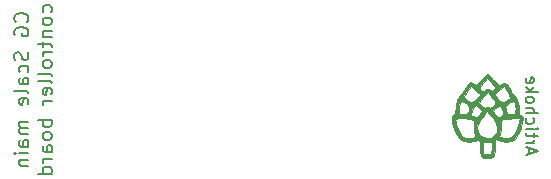
<source format=gbr>
%TF.GenerationSoftware,KiCad,Pcbnew,(5.1.5)-3*%
%TF.CreationDate,2020-09-12T07:11:48+09:30*%
%TF.ProjectId,robotcontrol,726f626f-7463-46f6-9e74-726f6c2e6b69,rev?*%
%TF.SameCoordinates,Original*%
%TF.FileFunction,Legend,Bot*%
%TF.FilePolarity,Positive*%
%FSLAX46Y46*%
G04 Gerber Fmt 4.6, Leading zero omitted, Abs format (unit mm)*
G04 Created by KiCad (PCBNEW (5.1.5)-3) date 2020-09-12 07:11:48*
%MOMM*%
%LPD*%
G04 APERTURE LIST*
%ADD10C,0.200000*%
%ADD11C,0.150000*%
%ADD12C,0.010000*%
G04 APERTURE END LIST*
D10*
X90995571Y-93606071D02*
X91052714Y-93548928D01*
X91109857Y-93377500D01*
X91109857Y-93263214D01*
X91052714Y-93091785D01*
X90938428Y-92977500D01*
X90824142Y-92920357D01*
X90595571Y-92863214D01*
X90424142Y-92863214D01*
X90195571Y-92920357D01*
X90081285Y-92977500D01*
X89967000Y-93091785D01*
X89909857Y-93263214D01*
X89909857Y-93377500D01*
X89967000Y-93548928D01*
X90024142Y-93606071D01*
X89967000Y-94748928D02*
X89909857Y-94634642D01*
X89909857Y-94463214D01*
X89967000Y-94291785D01*
X90081285Y-94177500D01*
X90195571Y-94120357D01*
X90424142Y-94063214D01*
X90595571Y-94063214D01*
X90824142Y-94120357D01*
X90938428Y-94177500D01*
X91052714Y-94291785D01*
X91109857Y-94463214D01*
X91109857Y-94577500D01*
X91052714Y-94748928D01*
X90995571Y-94806071D01*
X90595571Y-94806071D01*
X90595571Y-94577500D01*
X91052714Y-96177500D02*
X91109857Y-96348928D01*
X91109857Y-96634642D01*
X91052714Y-96748928D01*
X90995571Y-96806071D01*
X90881285Y-96863214D01*
X90767000Y-96863214D01*
X90652714Y-96806071D01*
X90595571Y-96748928D01*
X90538428Y-96634642D01*
X90481285Y-96406071D01*
X90424142Y-96291785D01*
X90367000Y-96234642D01*
X90252714Y-96177500D01*
X90138428Y-96177500D01*
X90024142Y-96234642D01*
X89967000Y-96291785D01*
X89909857Y-96406071D01*
X89909857Y-96691785D01*
X89967000Y-96863214D01*
X91052714Y-97891785D02*
X91109857Y-97777500D01*
X91109857Y-97548928D01*
X91052714Y-97434642D01*
X90995571Y-97377500D01*
X90881285Y-97320357D01*
X90538428Y-97320357D01*
X90424142Y-97377500D01*
X90367000Y-97434642D01*
X90309857Y-97548928D01*
X90309857Y-97777500D01*
X90367000Y-97891785D01*
X91109857Y-98920357D02*
X90481285Y-98920357D01*
X90367000Y-98863214D01*
X90309857Y-98748928D01*
X90309857Y-98520357D01*
X90367000Y-98406071D01*
X91052714Y-98920357D02*
X91109857Y-98806071D01*
X91109857Y-98520357D01*
X91052714Y-98406071D01*
X90938428Y-98348928D01*
X90824142Y-98348928D01*
X90709857Y-98406071D01*
X90652714Y-98520357D01*
X90652714Y-98806071D01*
X90595571Y-98920357D01*
X91109857Y-99663214D02*
X91052714Y-99548928D01*
X90938428Y-99491785D01*
X89909857Y-99491785D01*
X91052714Y-100577500D02*
X91109857Y-100463214D01*
X91109857Y-100234642D01*
X91052714Y-100120357D01*
X90938428Y-100063214D01*
X90481285Y-100063214D01*
X90367000Y-100120357D01*
X90309857Y-100234642D01*
X90309857Y-100463214D01*
X90367000Y-100577500D01*
X90481285Y-100634642D01*
X90595571Y-100634642D01*
X90709857Y-100063214D01*
X91109857Y-102063214D02*
X90309857Y-102063214D01*
X90424142Y-102063214D02*
X90367000Y-102120357D01*
X90309857Y-102234642D01*
X90309857Y-102406071D01*
X90367000Y-102520357D01*
X90481285Y-102577500D01*
X91109857Y-102577500D01*
X90481285Y-102577500D02*
X90367000Y-102634642D01*
X90309857Y-102748928D01*
X90309857Y-102920357D01*
X90367000Y-103034642D01*
X90481285Y-103091785D01*
X91109857Y-103091785D01*
X91109857Y-104177500D02*
X90481285Y-104177500D01*
X90367000Y-104120357D01*
X90309857Y-104006071D01*
X90309857Y-103777500D01*
X90367000Y-103663214D01*
X91052714Y-104177500D02*
X91109857Y-104063214D01*
X91109857Y-103777500D01*
X91052714Y-103663214D01*
X90938428Y-103606071D01*
X90824142Y-103606071D01*
X90709857Y-103663214D01*
X90652714Y-103777500D01*
X90652714Y-104063214D01*
X90595571Y-104177500D01*
X91109857Y-104748928D02*
X90309857Y-104748928D01*
X89909857Y-104748928D02*
X89967000Y-104691785D01*
X90024142Y-104748928D01*
X89967000Y-104806071D01*
X89909857Y-104748928D01*
X90024142Y-104748928D01*
X90309857Y-105320357D02*
X91109857Y-105320357D01*
X90424142Y-105320357D02*
X90367000Y-105377500D01*
X90309857Y-105491785D01*
X90309857Y-105663214D01*
X90367000Y-105777500D01*
X90481285Y-105834642D01*
X91109857Y-105834642D01*
X93052714Y-92806071D02*
X93109857Y-92691785D01*
X93109857Y-92463214D01*
X93052714Y-92348928D01*
X92995571Y-92291785D01*
X92881285Y-92234642D01*
X92538428Y-92234642D01*
X92424142Y-92291785D01*
X92367000Y-92348928D01*
X92309857Y-92463214D01*
X92309857Y-92691785D01*
X92367000Y-92806071D01*
X93109857Y-93491785D02*
X93052714Y-93377500D01*
X92995571Y-93320357D01*
X92881285Y-93263214D01*
X92538428Y-93263214D01*
X92424142Y-93320357D01*
X92367000Y-93377500D01*
X92309857Y-93491785D01*
X92309857Y-93663214D01*
X92367000Y-93777500D01*
X92424142Y-93834642D01*
X92538428Y-93891785D01*
X92881285Y-93891785D01*
X92995571Y-93834642D01*
X93052714Y-93777500D01*
X93109857Y-93663214D01*
X93109857Y-93491785D01*
X92309857Y-94406071D02*
X93109857Y-94406071D01*
X92424142Y-94406071D02*
X92367000Y-94463214D01*
X92309857Y-94577500D01*
X92309857Y-94748928D01*
X92367000Y-94863214D01*
X92481285Y-94920357D01*
X93109857Y-94920357D01*
X92309857Y-95320357D02*
X92309857Y-95777500D01*
X91909857Y-95491785D02*
X92938428Y-95491785D01*
X93052714Y-95548928D01*
X93109857Y-95663214D01*
X93109857Y-95777500D01*
X93109857Y-96177500D02*
X92309857Y-96177500D01*
X92538428Y-96177500D02*
X92424142Y-96234642D01*
X92367000Y-96291785D01*
X92309857Y-96406071D01*
X92309857Y-96520357D01*
X93109857Y-97091785D02*
X93052714Y-96977500D01*
X92995571Y-96920357D01*
X92881285Y-96863214D01*
X92538428Y-96863214D01*
X92424142Y-96920357D01*
X92367000Y-96977500D01*
X92309857Y-97091785D01*
X92309857Y-97263214D01*
X92367000Y-97377500D01*
X92424142Y-97434642D01*
X92538428Y-97491785D01*
X92881285Y-97491785D01*
X92995571Y-97434642D01*
X93052714Y-97377500D01*
X93109857Y-97263214D01*
X93109857Y-97091785D01*
X93109857Y-98177500D02*
X93052714Y-98063214D01*
X92938428Y-98006071D01*
X91909857Y-98006071D01*
X93109857Y-98806071D02*
X93052714Y-98691785D01*
X92938428Y-98634642D01*
X91909857Y-98634642D01*
X93052714Y-99720357D02*
X93109857Y-99606071D01*
X93109857Y-99377500D01*
X93052714Y-99263214D01*
X92938428Y-99206071D01*
X92481285Y-99206071D01*
X92367000Y-99263214D01*
X92309857Y-99377500D01*
X92309857Y-99606071D01*
X92367000Y-99720357D01*
X92481285Y-99777500D01*
X92595571Y-99777500D01*
X92709857Y-99206071D01*
X93109857Y-100291785D02*
X92309857Y-100291785D01*
X92538428Y-100291785D02*
X92424142Y-100348928D01*
X92367000Y-100406071D01*
X92309857Y-100520357D01*
X92309857Y-100634642D01*
X93109857Y-101948928D02*
X91909857Y-101948928D01*
X92367000Y-101948928D02*
X92309857Y-102063214D01*
X92309857Y-102291785D01*
X92367000Y-102406071D01*
X92424142Y-102463214D01*
X92538428Y-102520357D01*
X92881285Y-102520357D01*
X92995571Y-102463214D01*
X93052714Y-102406071D01*
X93109857Y-102291785D01*
X93109857Y-102063214D01*
X93052714Y-101948928D01*
X93109857Y-103206071D02*
X93052714Y-103091785D01*
X92995571Y-103034642D01*
X92881285Y-102977500D01*
X92538428Y-102977500D01*
X92424142Y-103034642D01*
X92367000Y-103091785D01*
X92309857Y-103206071D01*
X92309857Y-103377500D01*
X92367000Y-103491785D01*
X92424142Y-103548928D01*
X92538428Y-103606071D01*
X92881285Y-103606071D01*
X92995571Y-103548928D01*
X93052714Y-103491785D01*
X93109857Y-103377500D01*
X93109857Y-103206071D01*
X93109857Y-104634642D02*
X92481285Y-104634642D01*
X92367000Y-104577500D01*
X92309857Y-104463214D01*
X92309857Y-104234642D01*
X92367000Y-104120357D01*
X93052714Y-104634642D02*
X93109857Y-104520357D01*
X93109857Y-104234642D01*
X93052714Y-104120357D01*
X92938428Y-104063214D01*
X92824142Y-104063214D01*
X92709857Y-104120357D01*
X92652714Y-104234642D01*
X92652714Y-104520357D01*
X92595571Y-104634642D01*
X93109857Y-105206071D02*
X92309857Y-105206071D01*
X92538428Y-105206071D02*
X92424142Y-105263214D01*
X92367000Y-105320357D01*
X92309857Y-105434642D01*
X92309857Y-105548928D01*
X93109857Y-106463214D02*
X91909857Y-106463214D01*
X93052714Y-106463214D02*
X93109857Y-106348928D01*
X93109857Y-106120357D01*
X93052714Y-106006071D01*
X92995571Y-105948928D01*
X92881285Y-105891785D01*
X92538428Y-105891785D01*
X92424142Y-105948928D01*
X92367000Y-106006071D01*
X92309857Y-106120357D01*
X92309857Y-106348928D01*
X92367000Y-106463214D01*
D11*
X133500833Y-104774595D02*
X133500833Y-104298404D01*
X133215119Y-104869833D02*
X134215119Y-104536500D01*
X133215119Y-104203166D01*
X133215119Y-103869833D02*
X133881785Y-103869833D01*
X133691309Y-103869833D02*
X133786547Y-103822214D01*
X133834166Y-103774595D01*
X133881785Y-103679357D01*
X133881785Y-103584119D01*
X133881785Y-103393642D02*
X133881785Y-103012690D01*
X134215119Y-103250785D02*
X133357976Y-103250785D01*
X133262738Y-103203166D01*
X133215119Y-103107928D01*
X133215119Y-103012690D01*
X133215119Y-102679357D02*
X133881785Y-102679357D01*
X134215119Y-102679357D02*
X134167500Y-102726976D01*
X134119880Y-102679357D01*
X134167500Y-102631738D01*
X134215119Y-102679357D01*
X134119880Y-102679357D01*
X133262738Y-101774595D02*
X133215119Y-101869833D01*
X133215119Y-102060309D01*
X133262738Y-102155547D01*
X133310357Y-102203166D01*
X133405595Y-102250785D01*
X133691309Y-102250785D01*
X133786547Y-102203166D01*
X133834166Y-102155547D01*
X133881785Y-102060309D01*
X133881785Y-101869833D01*
X133834166Y-101774595D01*
X133215119Y-101346023D02*
X134215119Y-101346023D01*
X133215119Y-100917452D02*
X133738928Y-100917452D01*
X133834166Y-100965071D01*
X133881785Y-101060309D01*
X133881785Y-101203166D01*
X133834166Y-101298404D01*
X133786547Y-101346023D01*
X133215119Y-100298404D02*
X133262738Y-100393642D01*
X133310357Y-100441261D01*
X133405595Y-100488880D01*
X133691309Y-100488880D01*
X133786547Y-100441261D01*
X133834166Y-100393642D01*
X133881785Y-100298404D01*
X133881785Y-100155547D01*
X133834166Y-100060309D01*
X133786547Y-100012690D01*
X133691309Y-99965071D01*
X133405595Y-99965071D01*
X133310357Y-100012690D01*
X133262738Y-100060309D01*
X133215119Y-100155547D01*
X133215119Y-100298404D01*
X133215119Y-99536500D02*
X134215119Y-99536500D01*
X133596071Y-99441261D02*
X133215119Y-99155547D01*
X133881785Y-99155547D02*
X133500833Y-99536500D01*
X133262738Y-98346023D02*
X133215119Y-98441261D01*
X133215119Y-98631738D01*
X133262738Y-98726976D01*
X133357976Y-98774595D01*
X133738928Y-98774595D01*
X133834166Y-98726976D01*
X133881785Y-98631738D01*
X133881785Y-98441261D01*
X133834166Y-98346023D01*
X133738928Y-98298404D01*
X133643690Y-98298404D01*
X133548452Y-98774595D01*
D12*
%TO.C,G\002A\002A\002A*%
G36*
X130072396Y-98124664D02*
G01*
X130252014Y-98281610D01*
X130467406Y-98503689D01*
X130494607Y-98533948D01*
X130912424Y-99002729D01*
X131181440Y-98851448D01*
X131364258Y-98757800D01*
X131472930Y-98758182D01*
X131580341Y-98862628D01*
X131620074Y-98911833D01*
X131760184Y-99113602D01*
X131923748Y-99386077D01*
X131999772Y-99525667D01*
X132132160Y-99750318D01*
X132247036Y-99896290D01*
X132297413Y-99927833D01*
X132400801Y-100005098D01*
X132498989Y-100207734D01*
X132578053Y-100492004D01*
X132624068Y-100814170D01*
X132630333Y-100973572D01*
X132639988Y-101246965D01*
X132678873Y-101395821D01*
X132761869Y-101464328D01*
X132799667Y-101476365D01*
X132922645Y-101567864D01*
X132965603Y-101766155D01*
X132928435Y-102084769D01*
X132811037Y-102537237D01*
X132790960Y-102603087D01*
X132571304Y-103126477D01*
X132284693Y-103503872D01*
X131938518Y-103730515D01*
X131540173Y-103801645D01*
X131097049Y-103712503D01*
X131078684Y-103705608D01*
X130849903Y-103622951D01*
X130690902Y-103574125D01*
X130659003Y-103568500D01*
X130630580Y-103646406D01*
X130609288Y-103853153D01*
X130598825Y-104148284D01*
X130598333Y-104232711D01*
X130590394Y-104592245D01*
X130561340Y-104823767D01*
X130503318Y-104968080D01*
X130443500Y-105037044D01*
X130224014Y-105144988D01*
X129938264Y-105176873D01*
X129660183Y-105133815D01*
X129468455Y-105022333D01*
X129385009Y-104869246D01*
X129340544Y-104618378D01*
X129328333Y-104265330D01*
X129318781Y-103962520D01*
X129303521Y-103822500D01*
X129582333Y-103822500D01*
X129582333Y-104274055D01*
X129592869Y-104538485D01*
X129619893Y-104729315D01*
X129642807Y-104786085D01*
X129760469Y-104820018D01*
X129969357Y-104823767D01*
X130002640Y-104821363D01*
X130302000Y-104796167D01*
X130327392Y-104309333D01*
X130352784Y-103822500D01*
X129582333Y-103822500D01*
X129303521Y-103822500D01*
X129293646Y-103731895D01*
X129258207Y-103620280D01*
X129255348Y-103618052D01*
X129138263Y-103618915D01*
X128930360Y-103674500D01*
X128837907Y-103708251D01*
X128400818Y-103804905D01*
X128004192Y-103741696D01*
X127655504Y-103524845D01*
X127362231Y-103160578D01*
X127131849Y-102655120D01*
X127003532Y-102180919D01*
X126956368Y-101859341D01*
X127240002Y-101859341D01*
X127243710Y-101936754D01*
X127244274Y-101938667D01*
X127295452Y-102129517D01*
X127346660Y-102340833D01*
X127464531Y-102696752D01*
X127636623Y-103031661D01*
X127829331Y-103284929D01*
X127906705Y-103351238D01*
X128174089Y-103456318D01*
X128500517Y-103477729D01*
X128795420Y-103411104D01*
X128826976Y-103395612D01*
X128939105Y-103301968D01*
X128917329Y-103170469D01*
X128895589Y-103127582D01*
X128844327Y-102923789D01*
X128834188Y-102621566D01*
X129075128Y-102621566D01*
X129145845Y-102958555D01*
X129335665Y-103226764D01*
X129606645Y-103409490D01*
X129920838Y-103490030D01*
X130240301Y-103451681D01*
X130518077Y-103283206D01*
X130982697Y-103283206D01*
X131069543Y-103383039D01*
X131084607Y-103392072D01*
X131363092Y-103473763D01*
X131692699Y-103461808D01*
X131988117Y-103362860D01*
X132058755Y-103316085D01*
X132269547Y-103065727D01*
X132457866Y-102676705D01*
X132609286Y-102179494D01*
X132621239Y-102127690D01*
X132697000Y-101790500D01*
X132092167Y-101798939D01*
X131756585Y-101811522D01*
X131462191Y-101836322D01*
X131275667Y-101867338D01*
X131159444Y-101912072D01*
X131099446Y-101991331D01*
X131081614Y-102149342D01*
X131091890Y-102430333D01*
X131092602Y-102443238D01*
X131093255Y-102749883D01*
X131065328Y-103008818D01*
X131028543Y-103132318D01*
X130982697Y-103283206D01*
X130518077Y-103283206D01*
X130527090Y-103277740D01*
X130539083Y-103265992D01*
X130752591Y-102951987D01*
X130806168Y-102595071D01*
X130699396Y-102192888D01*
X130431862Y-101743078D01*
X130225299Y-101485202D01*
X129966395Y-101185768D01*
X130408878Y-101185768D01*
X130594038Y-101445801D01*
X130743573Y-101632706D01*
X130872181Y-101694403D01*
X131046790Y-101650444D01*
X131145899Y-101607022D01*
X131277303Y-101520415D01*
X131317799Y-101397611D01*
X131266853Y-101202627D01*
X131135766Y-100922667D01*
X131082008Y-100834437D01*
X131471439Y-100834437D01*
X131517619Y-101038657D01*
X131534799Y-101096910D01*
X131612509Y-101318592D01*
X131704801Y-101421315D01*
X131866750Y-101450539D01*
X131964788Y-101451833D01*
X132185572Y-101434208D01*
X132295585Y-101360025D01*
X132341705Y-101239610D01*
X132358735Y-101026110D01*
X132339147Y-100746812D01*
X132292382Y-100483511D01*
X132236842Y-100330955D01*
X132142353Y-100323118D01*
X131956408Y-100395566D01*
X131723840Y-100528092D01*
X131584897Y-100624791D01*
X131491739Y-100716521D01*
X131471439Y-100834437D01*
X131082008Y-100834437D01*
X131031129Y-100750934D01*
X130929969Y-100707605D01*
X130791965Y-100793929D01*
X130646446Y-100937801D01*
X130408878Y-101185768D01*
X129966395Y-101185768D01*
X129940223Y-101155500D01*
X129758844Y-101367167D01*
X129555921Y-101635776D01*
X129360298Y-101947717D01*
X129198380Y-102254547D01*
X129096569Y-102507822D01*
X129075128Y-102621566D01*
X128834188Y-102621566D01*
X128833952Y-102614556D01*
X128843669Y-102459120D01*
X128864487Y-102183543D01*
X128851310Y-102028530D01*
X128786406Y-101946093D01*
X128652043Y-101888244D01*
X128629855Y-101880482D01*
X128410633Y-101833837D01*
X128094588Y-101801315D01*
X127785993Y-101790500D01*
X127478417Y-101795165D01*
X127307329Y-101815128D01*
X127240002Y-101859341D01*
X126956368Y-101859341D01*
X126948945Y-101808731D01*
X126973223Y-101574394D01*
X127059773Y-101484647D01*
X128589141Y-101484647D01*
X128682272Y-101585534D01*
X128747808Y-101615189D01*
X128972617Y-101686455D01*
X129123792Y-101658341D01*
X129270714Y-101510117D01*
X129320741Y-101443994D01*
X129514327Y-101182155D01*
X129278490Y-100935994D01*
X129114097Y-100780255D01*
X128994778Y-100695191D01*
X128975778Y-100689833D01*
X128874112Y-100761309D01*
X128753578Y-100939273D01*
X128647211Y-101169032D01*
X128605375Y-101303056D01*
X128589141Y-101484647D01*
X127059773Y-101484647D01*
X127079284Y-101464416D01*
X127161259Y-101451833D01*
X127224340Y-101371712D01*
X127260139Y-101146684D01*
X127265947Y-101002466D01*
X127268466Y-100969192D01*
X127553993Y-100969192D01*
X127557946Y-101215891D01*
X127593772Y-101377187D01*
X127606778Y-101395389D01*
X127721980Y-101432970D01*
X127930880Y-101451441D01*
X127967060Y-101451833D01*
X128170846Y-101434925D01*
X128282679Y-101352144D01*
X128363626Y-101155405D01*
X128370268Y-101134354D01*
X128412798Y-100869061D01*
X128336288Y-100661786D01*
X128121664Y-100478253D01*
X128067983Y-100447898D01*
X129223545Y-100447898D01*
X129455613Y-100690125D01*
X129623985Y-100842361D01*
X129746580Y-100876722D01*
X129839799Y-100837353D01*
X130004763Y-100786901D01*
X130111434Y-100841545D01*
X130217271Y-100882320D01*
X130346301Y-100811671D01*
X130456043Y-100705792D01*
X130597364Y-100544920D01*
X130630626Y-100433747D01*
X130569118Y-100303867D01*
X130542083Y-100262840D01*
X130384898Y-100052577D01*
X130196035Y-99830200D01*
X130188570Y-99822064D01*
X130154730Y-99785335D01*
X130601150Y-99785335D01*
X130667485Y-99934198D01*
X130825524Y-100122219D01*
X131023308Y-100298925D01*
X131208875Y-100413841D01*
X131265673Y-100430854D01*
X131351274Y-100394482D01*
X131527330Y-100297298D01*
X131604340Y-100251797D01*
X131800678Y-100132815D01*
X131925013Y-100055549D01*
X131941704Y-100044370D01*
X131914890Y-99970202D01*
X131825858Y-99798957D01*
X131701506Y-99577548D01*
X131568732Y-99352883D01*
X131454434Y-99171875D01*
X131394691Y-99090372D01*
X131315476Y-99115140D01*
X131159762Y-99225034D01*
X130969036Y-99383720D01*
X130784787Y-99554865D01*
X130648503Y-99702133D01*
X130601150Y-99785335D01*
X130154730Y-99785335D01*
X129974109Y-99589296D01*
X129769944Y-99779731D01*
X129567968Y-99993018D01*
X129394661Y-100209032D01*
X129223545Y-100447898D01*
X128067983Y-100447898D01*
X127951639Y-100382109D01*
X127784584Y-100309311D01*
X127698230Y-100341800D01*
X127633939Y-100480956D01*
X127579971Y-100702433D01*
X127553993Y-100969192D01*
X127268466Y-100969192D01*
X127292526Y-100651450D01*
X127354227Y-100330887D01*
X127439293Y-100081240D01*
X127531707Y-99949061D01*
X128015894Y-99949061D01*
X128017090Y-100056177D01*
X128070674Y-100104232D01*
X128227319Y-100207121D01*
X128354667Y-100300344D01*
X128529563Y-100406135D01*
X128683387Y-100407701D01*
X128861928Y-100293933D01*
X129029178Y-100136678D01*
X129202060Y-99949361D01*
X129310106Y-99804517D01*
X129328333Y-99759556D01*
X129266028Y-99669897D01*
X129104829Y-99518504D01*
X128937153Y-99382902D01*
X128755332Y-99244071D01*
X129309463Y-99244071D01*
X129370744Y-99335108D01*
X129382638Y-99348394D01*
X129534200Y-99482158D01*
X129652014Y-99474813D01*
X129751667Y-99377500D01*
X129904490Y-99262570D01*
X130071457Y-99299281D01*
X130187912Y-99389185D01*
X130327986Y-99478912D01*
X130449458Y-99437299D01*
X130469745Y-99421151D01*
X130573033Y-99298022D01*
X130574522Y-99157608D01*
X130464948Y-98967163D01*
X130277453Y-98741357D01*
X129956572Y-98379770D01*
X129598968Y-98786030D01*
X129408149Y-99009636D01*
X129316789Y-99148948D01*
X129309463Y-99244071D01*
X128755332Y-99244071D01*
X128545973Y-99084214D01*
X128398791Y-99273190D01*
X128257678Y-99481188D01*
X128113544Y-99731429D01*
X128103812Y-99750195D01*
X128015894Y-99949061D01*
X127531707Y-99949061D01*
X127535966Y-99942970D01*
X127578211Y-99927833D01*
X127672991Y-99859093D01*
X127801543Y-99684435D01*
X127868766Y-99568000D01*
X128034350Y-99285234D01*
X128214379Y-99018582D01*
X128263683Y-98954167D01*
X128467456Y-98700167D01*
X128992084Y-99007501D01*
X129422704Y-98536334D01*
X129644457Y-98308976D01*
X129834097Y-98141823D01*
X129955142Y-98066569D01*
X129965057Y-98065167D01*
X130072396Y-98124664D01*
G37*
X130072396Y-98124664D02*
X130252014Y-98281610D01*
X130467406Y-98503689D01*
X130494607Y-98533948D01*
X130912424Y-99002729D01*
X131181440Y-98851448D01*
X131364258Y-98757800D01*
X131472930Y-98758182D01*
X131580341Y-98862628D01*
X131620074Y-98911833D01*
X131760184Y-99113602D01*
X131923748Y-99386077D01*
X131999772Y-99525667D01*
X132132160Y-99750318D01*
X132247036Y-99896290D01*
X132297413Y-99927833D01*
X132400801Y-100005098D01*
X132498989Y-100207734D01*
X132578053Y-100492004D01*
X132624068Y-100814170D01*
X132630333Y-100973572D01*
X132639988Y-101246965D01*
X132678873Y-101395821D01*
X132761869Y-101464328D01*
X132799667Y-101476365D01*
X132922645Y-101567864D01*
X132965603Y-101766155D01*
X132928435Y-102084769D01*
X132811037Y-102537237D01*
X132790960Y-102603087D01*
X132571304Y-103126477D01*
X132284693Y-103503872D01*
X131938518Y-103730515D01*
X131540173Y-103801645D01*
X131097049Y-103712503D01*
X131078684Y-103705608D01*
X130849903Y-103622951D01*
X130690902Y-103574125D01*
X130659003Y-103568500D01*
X130630580Y-103646406D01*
X130609288Y-103853153D01*
X130598825Y-104148284D01*
X130598333Y-104232711D01*
X130590394Y-104592245D01*
X130561340Y-104823767D01*
X130503318Y-104968080D01*
X130443500Y-105037044D01*
X130224014Y-105144988D01*
X129938264Y-105176873D01*
X129660183Y-105133815D01*
X129468455Y-105022333D01*
X129385009Y-104869246D01*
X129340544Y-104618378D01*
X129328333Y-104265330D01*
X129318781Y-103962520D01*
X129303521Y-103822500D01*
X129582333Y-103822500D01*
X129582333Y-104274055D01*
X129592869Y-104538485D01*
X129619893Y-104729315D01*
X129642807Y-104786085D01*
X129760469Y-104820018D01*
X129969357Y-104823767D01*
X130002640Y-104821363D01*
X130302000Y-104796167D01*
X130327392Y-104309333D01*
X130352784Y-103822500D01*
X129582333Y-103822500D01*
X129303521Y-103822500D01*
X129293646Y-103731895D01*
X129258207Y-103620280D01*
X129255348Y-103618052D01*
X129138263Y-103618915D01*
X128930360Y-103674500D01*
X128837907Y-103708251D01*
X128400818Y-103804905D01*
X128004192Y-103741696D01*
X127655504Y-103524845D01*
X127362231Y-103160578D01*
X127131849Y-102655120D01*
X127003532Y-102180919D01*
X126956368Y-101859341D01*
X127240002Y-101859341D01*
X127243710Y-101936754D01*
X127244274Y-101938667D01*
X127295452Y-102129517D01*
X127346660Y-102340833D01*
X127464531Y-102696752D01*
X127636623Y-103031661D01*
X127829331Y-103284929D01*
X127906705Y-103351238D01*
X128174089Y-103456318D01*
X128500517Y-103477729D01*
X128795420Y-103411104D01*
X128826976Y-103395612D01*
X128939105Y-103301968D01*
X128917329Y-103170469D01*
X128895589Y-103127582D01*
X128844327Y-102923789D01*
X128834188Y-102621566D01*
X129075128Y-102621566D01*
X129145845Y-102958555D01*
X129335665Y-103226764D01*
X129606645Y-103409490D01*
X129920838Y-103490030D01*
X130240301Y-103451681D01*
X130518077Y-103283206D01*
X130982697Y-103283206D01*
X131069543Y-103383039D01*
X131084607Y-103392072D01*
X131363092Y-103473763D01*
X131692699Y-103461808D01*
X131988117Y-103362860D01*
X132058755Y-103316085D01*
X132269547Y-103065727D01*
X132457866Y-102676705D01*
X132609286Y-102179494D01*
X132621239Y-102127690D01*
X132697000Y-101790500D01*
X132092167Y-101798939D01*
X131756585Y-101811522D01*
X131462191Y-101836322D01*
X131275667Y-101867338D01*
X131159444Y-101912072D01*
X131099446Y-101991331D01*
X131081614Y-102149342D01*
X131091890Y-102430333D01*
X131092602Y-102443238D01*
X131093255Y-102749883D01*
X131065328Y-103008818D01*
X131028543Y-103132318D01*
X130982697Y-103283206D01*
X130518077Y-103283206D01*
X130527090Y-103277740D01*
X130539083Y-103265992D01*
X130752591Y-102951987D01*
X130806168Y-102595071D01*
X130699396Y-102192888D01*
X130431862Y-101743078D01*
X130225299Y-101485202D01*
X129966395Y-101185768D01*
X130408878Y-101185768D01*
X130594038Y-101445801D01*
X130743573Y-101632706D01*
X130872181Y-101694403D01*
X131046790Y-101650444D01*
X131145899Y-101607022D01*
X131277303Y-101520415D01*
X131317799Y-101397611D01*
X131266853Y-101202627D01*
X131135766Y-100922667D01*
X131082008Y-100834437D01*
X131471439Y-100834437D01*
X131517619Y-101038657D01*
X131534799Y-101096910D01*
X131612509Y-101318592D01*
X131704801Y-101421315D01*
X131866750Y-101450539D01*
X131964788Y-101451833D01*
X132185572Y-101434208D01*
X132295585Y-101360025D01*
X132341705Y-101239610D01*
X132358735Y-101026110D01*
X132339147Y-100746812D01*
X132292382Y-100483511D01*
X132236842Y-100330955D01*
X132142353Y-100323118D01*
X131956408Y-100395566D01*
X131723840Y-100528092D01*
X131584897Y-100624791D01*
X131491739Y-100716521D01*
X131471439Y-100834437D01*
X131082008Y-100834437D01*
X131031129Y-100750934D01*
X130929969Y-100707605D01*
X130791965Y-100793929D01*
X130646446Y-100937801D01*
X130408878Y-101185768D01*
X129966395Y-101185768D01*
X129940223Y-101155500D01*
X129758844Y-101367167D01*
X129555921Y-101635776D01*
X129360298Y-101947717D01*
X129198380Y-102254547D01*
X129096569Y-102507822D01*
X129075128Y-102621566D01*
X128834188Y-102621566D01*
X128833952Y-102614556D01*
X128843669Y-102459120D01*
X128864487Y-102183543D01*
X128851310Y-102028530D01*
X128786406Y-101946093D01*
X128652043Y-101888244D01*
X128629855Y-101880482D01*
X128410633Y-101833837D01*
X128094588Y-101801315D01*
X127785993Y-101790500D01*
X127478417Y-101795165D01*
X127307329Y-101815128D01*
X127240002Y-101859341D01*
X126956368Y-101859341D01*
X126948945Y-101808731D01*
X126973223Y-101574394D01*
X127059773Y-101484647D01*
X128589141Y-101484647D01*
X128682272Y-101585534D01*
X128747808Y-101615189D01*
X128972617Y-101686455D01*
X129123792Y-101658341D01*
X129270714Y-101510117D01*
X129320741Y-101443994D01*
X129514327Y-101182155D01*
X129278490Y-100935994D01*
X129114097Y-100780255D01*
X128994778Y-100695191D01*
X128975778Y-100689833D01*
X128874112Y-100761309D01*
X128753578Y-100939273D01*
X128647211Y-101169032D01*
X128605375Y-101303056D01*
X128589141Y-101484647D01*
X127059773Y-101484647D01*
X127079284Y-101464416D01*
X127161259Y-101451833D01*
X127224340Y-101371712D01*
X127260139Y-101146684D01*
X127265947Y-101002466D01*
X127268466Y-100969192D01*
X127553993Y-100969192D01*
X127557946Y-101215891D01*
X127593772Y-101377187D01*
X127606778Y-101395389D01*
X127721980Y-101432970D01*
X127930880Y-101451441D01*
X127967060Y-101451833D01*
X128170846Y-101434925D01*
X128282679Y-101352144D01*
X128363626Y-101155405D01*
X128370268Y-101134354D01*
X128412798Y-100869061D01*
X128336288Y-100661786D01*
X128121664Y-100478253D01*
X128067983Y-100447898D01*
X129223545Y-100447898D01*
X129455613Y-100690125D01*
X129623985Y-100842361D01*
X129746580Y-100876722D01*
X129839799Y-100837353D01*
X130004763Y-100786901D01*
X130111434Y-100841545D01*
X130217271Y-100882320D01*
X130346301Y-100811671D01*
X130456043Y-100705792D01*
X130597364Y-100544920D01*
X130630626Y-100433747D01*
X130569118Y-100303867D01*
X130542083Y-100262840D01*
X130384898Y-100052577D01*
X130196035Y-99830200D01*
X130188570Y-99822064D01*
X130154730Y-99785335D01*
X130601150Y-99785335D01*
X130667485Y-99934198D01*
X130825524Y-100122219D01*
X131023308Y-100298925D01*
X131208875Y-100413841D01*
X131265673Y-100430854D01*
X131351274Y-100394482D01*
X131527330Y-100297298D01*
X131604340Y-100251797D01*
X131800678Y-100132815D01*
X131925013Y-100055549D01*
X131941704Y-100044370D01*
X131914890Y-99970202D01*
X131825858Y-99798957D01*
X131701506Y-99577548D01*
X131568732Y-99352883D01*
X131454434Y-99171875D01*
X131394691Y-99090372D01*
X131315476Y-99115140D01*
X131159762Y-99225034D01*
X130969036Y-99383720D01*
X130784787Y-99554865D01*
X130648503Y-99702133D01*
X130601150Y-99785335D01*
X130154730Y-99785335D01*
X129974109Y-99589296D01*
X129769944Y-99779731D01*
X129567968Y-99993018D01*
X129394661Y-100209032D01*
X129223545Y-100447898D01*
X128067983Y-100447898D01*
X127951639Y-100382109D01*
X127784584Y-100309311D01*
X127698230Y-100341800D01*
X127633939Y-100480956D01*
X127579971Y-100702433D01*
X127553993Y-100969192D01*
X127268466Y-100969192D01*
X127292526Y-100651450D01*
X127354227Y-100330887D01*
X127439293Y-100081240D01*
X127531707Y-99949061D01*
X128015894Y-99949061D01*
X128017090Y-100056177D01*
X128070674Y-100104232D01*
X128227319Y-100207121D01*
X128354667Y-100300344D01*
X128529563Y-100406135D01*
X128683387Y-100407701D01*
X128861928Y-100293933D01*
X129029178Y-100136678D01*
X129202060Y-99949361D01*
X129310106Y-99804517D01*
X129328333Y-99759556D01*
X129266028Y-99669897D01*
X129104829Y-99518504D01*
X128937153Y-99382902D01*
X128755332Y-99244071D01*
X129309463Y-99244071D01*
X129370744Y-99335108D01*
X129382638Y-99348394D01*
X129534200Y-99482158D01*
X129652014Y-99474813D01*
X129751667Y-99377500D01*
X129904490Y-99262570D01*
X130071457Y-99299281D01*
X130187912Y-99389185D01*
X130327986Y-99478912D01*
X130449458Y-99437299D01*
X130469745Y-99421151D01*
X130573033Y-99298022D01*
X130574522Y-99157608D01*
X130464948Y-98967163D01*
X130277453Y-98741357D01*
X129956572Y-98379770D01*
X129598968Y-98786030D01*
X129408149Y-99009636D01*
X129316789Y-99148948D01*
X129309463Y-99244071D01*
X128755332Y-99244071D01*
X128545973Y-99084214D01*
X128398791Y-99273190D01*
X128257678Y-99481188D01*
X128113544Y-99731429D01*
X128103812Y-99750195D01*
X128015894Y-99949061D01*
X127531707Y-99949061D01*
X127535966Y-99942970D01*
X127578211Y-99927833D01*
X127672991Y-99859093D01*
X127801543Y-99684435D01*
X127868766Y-99568000D01*
X128034350Y-99285234D01*
X128214379Y-99018582D01*
X128263683Y-98954167D01*
X128467456Y-98700167D01*
X128992084Y-99007501D01*
X129422704Y-98536334D01*
X129644457Y-98308976D01*
X129834097Y-98141823D01*
X129955142Y-98066569D01*
X129965057Y-98065167D01*
X130072396Y-98124664D01*
%TD*%
M02*

</source>
